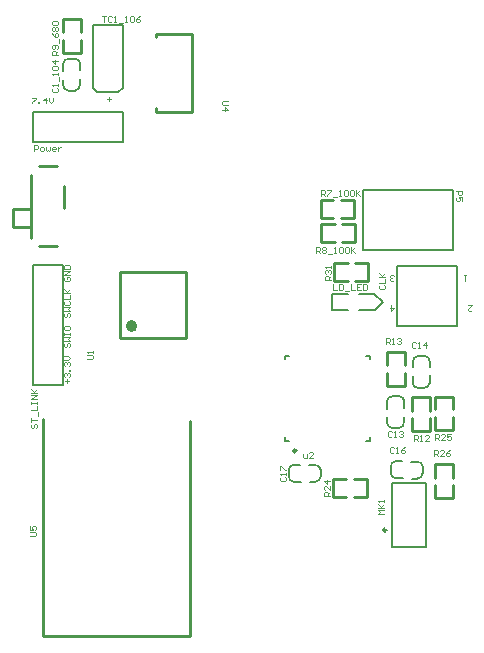
<source format=gto>
G04*
G04 #@! TF.GenerationSoftware,Altium Limited,Altium Designer,18.0.11 (651)*
G04*
G04 Layer_Color=65535*
%FSLAX25Y25*%
%MOIN*%
G70*
G01*
G75*
%ADD10C,0.00984*%
%ADD11C,0.00787*%
%ADD12C,0.01968*%
%ADD13C,0.01000*%
%ADD14C,0.00800*%
%ADD15C,0.00299*%
%ADD16C,0.00276*%
D10*
X120921Y-174000D02*
G03*
X120921Y-174000I-492J0D01*
G01*
X90886Y-147567D02*
G03*
X90886Y-147567I-492J0D01*
G01*
D11*
X88400Y-156000D02*
G03*
X90000Y-157900I1750J-150D01*
G01*
X97000Y-158000D02*
G03*
X99100Y-156000I50J2050D01*
G01*
X99100Y-154000D02*
G03*
X97000Y-152300I-1900J-200D01*
G01*
X90000Y-152200D02*
G03*
X88400Y-154000I100J-1700D01*
G01*
X123100Y-129400D02*
G03*
X121200Y-131000I-150J-1750D01*
G01*
X121100Y-138000D02*
G03*
X123100Y-140100I2050J-50D01*
G01*
X125100Y-140100D02*
G03*
X126800Y-138000I-200J1900D01*
G01*
X126900Y-131000D02*
G03*
X125100Y-129400I-1700J-100D01*
G01*
X122400Y-154900D02*
G03*
X124000Y-156800I1750J-150D01*
G01*
X131000Y-156900D02*
G03*
X133100Y-154900I50J2050D01*
G01*
X133100Y-152900D02*
G03*
X131000Y-151200I-1900J-200D01*
G01*
X124000Y-151100D02*
G03*
X122400Y-152900I100J-1700D01*
G01*
X133500Y-126600D02*
G03*
X135400Y-125000I150J1750D01*
G01*
X135500Y-118000D02*
G03*
X133500Y-115900I-2050J50D01*
G01*
X131500Y-115900D02*
G03*
X129800Y-118000I200J-1900D01*
G01*
X129700Y-125000D02*
G03*
X131500Y-126600I1700J100D01*
G01*
X15100Y-16900D02*
G03*
X13200Y-18500I-150J-1750D01*
G01*
X13100Y-25500D02*
G03*
X15100Y-27600I2050J-50D01*
G01*
X17100Y-27600D02*
G03*
X18800Y-25500I-200J1900D01*
G01*
X18900Y-18500D02*
G03*
X17100Y-16900I-1700J-100D01*
G01*
X124500Y-106000D02*
X144500D01*
Y-86000D01*
X124500Y-106000D02*
Y-86000D01*
X144500D01*
X3000Y-34500D02*
X33000D01*
X3000Y-44500D02*
Y-34500D01*
Y-44500D02*
X33000D01*
Y-34500D01*
X134012Y-179512D02*
Y-158488D01*
X122988Y-179512D02*
Y-158488D01*
X134012D01*
X122988Y-179512D02*
X134012D01*
X95200Y-152300D02*
X97000D01*
X99100Y-156000D02*
Y-154000D01*
X95400Y-158000D02*
X97000D01*
X90000Y-157900D02*
X92600D01*
X88400Y-156000D02*
Y-154000D01*
X90000Y-152200D02*
X92300D01*
X126800Y-138000D02*
Y-136200D01*
X123100Y-140100D02*
X125100D01*
X121100Y-138000D02*
Y-136400D01*
X121200Y-133600D02*
Y-131000D01*
X123100Y-129400D02*
X125100D01*
X126900Y-133300D02*
Y-131000D01*
X87047Y-117154D02*
Y-115874D01*
X88327D01*
X115394Y-117154D02*
Y-115874D01*
X114114D02*
X115394D01*
Y-144220D02*
Y-142941D01*
X114114Y-144220D02*
X115394D01*
X87047D02*
Y-142941D01*
Y-144220D02*
X88327D01*
X129200Y-151200D02*
X131000D01*
X133100Y-154900D02*
Y-152900D01*
X129400Y-156900D02*
X131000D01*
X124000Y-156800D02*
X126600D01*
X122400Y-154900D02*
Y-152900D01*
X124000Y-151100D02*
X126300D01*
X129800Y-119800D02*
Y-118000D01*
X131500Y-115900D02*
X133500D01*
X135500Y-119600D02*
Y-118000D01*
X135400Y-125000D02*
Y-122400D01*
X131500Y-126600D02*
X133500D01*
X129700Y-125000D02*
Y-122700D01*
X3000Y-85500D02*
X13000D01*
Y-125500D02*
Y-85500D01*
X3000Y-125500D02*
Y-85500D01*
Y-125500D02*
X13000D01*
X18800Y-25500D02*
Y-23700D01*
X15100Y-27600D02*
X17100D01*
X13100Y-25500D02*
Y-23900D01*
X13200Y-21100D02*
Y-18500D01*
X15100Y-16900D02*
X17100D01*
X18900Y-20800D02*
Y-18500D01*
X113000Y-80500D02*
Y-60500D01*
X143000Y-80500D02*
Y-60500D01*
X113000Y-80500D02*
X143000D01*
X113000Y-60500D02*
X143000D01*
X113000D02*
X132167D01*
X23000Y-5500D02*
X32000D01*
X24000D02*
X33000D01*
X23000Y-26500D02*
Y-5500D01*
Y-26500D02*
X24500Y-28000D01*
X33000Y-26500D02*
Y-5500D01*
X31500Y-28000D02*
X33000Y-26500D01*
X24500Y-28000D02*
X31500D01*
D12*
X36984Y-106000D02*
G03*
X36984Y-106000I-984J0D01*
G01*
D13*
X13500Y-66811D02*
Y-59311D01*
X5000Y-52811D02*
X11000D01*
X5000Y-79189D02*
X11000D01*
X2500Y-76500D02*
Y-55500D01*
X-3500Y-73000D02*
X2488D01*
X-3500D02*
Y-67000D01*
X2488D01*
X137000Y-140799D02*
X143000D01*
X137000Y-129599D02*
X143000D01*
X137000Y-140799D02*
Y-136299D01*
X143000Y-140799D02*
Y-136299D01*
X137000Y-133799D02*
Y-129599D01*
X143000Y-133799D02*
Y-129599D01*
X103500Y-91000D02*
Y-85000D01*
X114700Y-91000D02*
Y-85000D01*
X103500D02*
X108000D01*
X103500Y-91000D02*
X108000D01*
X110500Y-85000D02*
X114700D01*
X110500Y-91000D02*
X114700D01*
X114500Y-163000D02*
Y-157000D01*
X103300Y-163000D02*
Y-157000D01*
X110000Y-163000D02*
X114500D01*
X110000Y-157000D02*
X114500D01*
X103300Y-163000D02*
X107500D01*
X103300Y-157000D02*
X107500D01*
X6600Y-209300D02*
X55500D01*
X6600D02*
Y-137000D01*
X55500Y-209300D02*
X55600Y-209200D01*
X55600Y-137500D02*
X55600Y-209200D01*
X129500Y-129701D02*
X135500D01*
X129500Y-140901D02*
X135500D01*
Y-134201D02*
Y-129701D01*
X129500Y-134201D02*
Y-129701D01*
X135500Y-140901D02*
Y-136701D01*
X129500Y-140901D02*
Y-136701D01*
X137000Y-152000D02*
X143000D01*
X137000Y-163200D02*
X143000D01*
Y-156500D02*
Y-152000D01*
X137000Y-156500D02*
Y-152000D01*
X143000Y-163200D02*
Y-159000D01*
X137000Y-163200D02*
Y-159000D01*
X121000Y-126000D02*
X127000D01*
X121000Y-114800D02*
X127000D01*
X121000Y-126000D02*
Y-121500D01*
X127000Y-126000D02*
Y-121500D01*
X121000Y-119000D02*
Y-114800D01*
X127000Y-119000D02*
Y-114800D01*
X13000Y-15000D02*
X19000D01*
X13000Y-3800D02*
X19000D01*
X13000Y-15000D02*
Y-10500D01*
X19000Y-15000D02*
Y-10500D01*
X13000Y-8000D02*
Y-3800D01*
X19000Y-8000D02*
Y-3800D01*
X99099Y-64000D02*
X103299D01*
X99099Y-70000D02*
X103299D01*
X105799Y-64000D02*
X110299D01*
X105799Y-70000D02*
X110299D01*
X99099D02*
Y-64000D01*
X110299Y-70000D02*
Y-64000D01*
X106201Y-78000D02*
X110401D01*
X106201Y-72000D02*
X110401D01*
X99201Y-78000D02*
X103701D01*
X99201Y-72000D02*
X103701D01*
X110401Y-78000D02*
Y-72000D01*
X99201Y-78000D02*
Y-72000D01*
X54000Y-110000D02*
Y-88000D01*
X32000D02*
X54000D01*
X32000Y-110000D02*
Y-88000D01*
Y-110000D02*
X54000D01*
X44300Y-34500D02*
X56300D01*
X44300Y-9600D02*
Y-8500D01*
X56300D01*
Y-34500D02*
Y-8500D01*
X44300Y-34500D02*
Y-33400D01*
D14*
X117000Y-100800D02*
X119774Y-98026D01*
X116949Y-95200D02*
X119774Y-98026D01*
X116875Y-95200D02*
X116949D01*
X111700Y-100800D02*
X117000D01*
X111700Y-95200D02*
X116949D01*
X102900Y-100800D02*
X108300D01*
X102900D02*
Y-100600D01*
Y-95200D01*
X103000D01*
X108300D01*
D15*
X147500Y-89000D02*
X146834D01*
X147167D01*
Y-90999D01*
X147500Y-90666D01*
X148167Y-99000D02*
X149500D01*
X148167Y-100333D01*
Y-100666D01*
X148500Y-100999D01*
X149167D01*
X149500Y-100666D01*
X122500Y-99000D02*
Y-100999D01*
X123500Y-100000D01*
X122167D01*
X123500Y-90666D02*
X123167Y-90999D01*
X122500D01*
X122167Y-90666D01*
Y-90333D01*
X122500Y-90000D01*
X122834D01*
X122500D01*
X122167Y-89666D01*
Y-89333D01*
X122500Y-89000D01*
X123167D01*
X123500Y-89333D01*
X13834Y-89667D02*
X13501Y-90000D01*
Y-90667D01*
X13834Y-91000D01*
X15167D01*
X15500Y-90667D01*
Y-90000D01*
X15167Y-89667D01*
X14500D01*
Y-90334D01*
X15500Y-89001D02*
X13501D01*
X15500Y-87668D01*
X13501D01*
Y-87001D02*
X15500D01*
Y-86002D01*
X15167Y-85668D01*
X13834D01*
X13501Y-86002D01*
Y-87001D01*
X13834Y-101667D02*
X13501Y-102000D01*
Y-102667D01*
X13834Y-103000D01*
X14167D01*
X14500Y-102667D01*
Y-102000D01*
X14833Y-101667D01*
X15167D01*
X15500Y-102000D01*
Y-102667D01*
X15167Y-103000D01*
X13501Y-101001D02*
X15500D01*
X14833Y-100334D01*
X15500Y-99668D01*
X13501D01*
X13834Y-97668D02*
X13501Y-98002D01*
Y-98668D01*
X13834Y-99001D01*
X15167D01*
X15500Y-98668D01*
Y-98002D01*
X15167Y-97668D01*
X13501Y-97002D02*
X15500D01*
Y-95669D01*
X13501Y-95003D02*
X15500D01*
X14833D01*
X13501Y-93670D01*
X14500Y-94669D01*
X15500Y-93670D01*
X13834Y-111667D02*
X13501Y-112000D01*
Y-112667D01*
X13834Y-113000D01*
X14167D01*
X14500Y-112667D01*
Y-112000D01*
X14833Y-111667D01*
X15167D01*
X15500Y-112000D01*
Y-112667D01*
X15167Y-113000D01*
X13501Y-111001D02*
X15500D01*
X14833Y-110334D01*
X15500Y-109668D01*
X13501D01*
Y-109001D02*
Y-108335D01*
Y-108668D01*
X15500D01*
Y-109001D01*
Y-108335D01*
X13501Y-106335D02*
Y-107002D01*
X13834Y-107335D01*
X15167D01*
X15500Y-107002D01*
Y-106335D01*
X15167Y-106002D01*
X13834D01*
X13501Y-106335D01*
X14500Y-125000D02*
Y-123667D01*
X13834Y-124334D02*
X15167D01*
X13834Y-123001D02*
X13501Y-122667D01*
Y-122001D01*
X13834Y-121668D01*
X14167D01*
X14500Y-122001D01*
Y-122334D01*
Y-122001D01*
X14833Y-121668D01*
X15167D01*
X15500Y-122001D01*
Y-122667D01*
X15167Y-123001D01*
X15500Y-121001D02*
X15167D01*
Y-120668D01*
X15500D01*
Y-121001D01*
X13834Y-119335D02*
X13501Y-119002D01*
Y-118335D01*
X13834Y-118002D01*
X14167D01*
X14500Y-118335D01*
Y-118669D01*
Y-118335D01*
X14833Y-118002D01*
X15167D01*
X15500Y-118335D01*
Y-119002D01*
X15167Y-119335D01*
X13501Y-117336D02*
X14833D01*
X15500Y-116669D01*
X14833Y-116003D01*
X13501D01*
X28500Y-31000D02*
Y-29667D01*
X27834Y-30334D02*
X29167D01*
X93221Y-148714D02*
Y-149714D01*
X93554Y-150047D01*
X94553D01*
Y-148714D01*
X96553Y-150047D02*
X95220D01*
X96553Y-148714D01*
Y-148381D01*
X96219Y-148048D01*
X95553D01*
X95220Y-148381D01*
X102500Y-90500D02*
X100501D01*
Y-89500D01*
X100834Y-89167D01*
X101500D01*
X101834Y-89500D01*
Y-90500D01*
Y-89834D02*
X102500Y-89167D01*
X100834Y-88501D02*
X100501Y-88167D01*
Y-87501D01*
X100834Y-87168D01*
X101167D01*
X101500Y-87501D01*
Y-87834D01*
Y-87501D01*
X101834Y-87168D01*
X102167D01*
X102500Y-87501D01*
Y-88167D01*
X102167Y-88501D01*
X102500Y-86501D02*
Y-85835D01*
Y-86168D01*
X100501D01*
X100834Y-86501D01*
X136800Y-149200D02*
Y-147201D01*
X137800D01*
X138133Y-147534D01*
Y-148200D01*
X137800Y-148533D01*
X136800D01*
X137467D02*
X138133Y-149200D01*
X140132D02*
X138799D01*
X140132Y-147867D01*
Y-147534D01*
X139799Y-147201D01*
X139133D01*
X138799Y-147534D01*
X142132Y-147201D02*
X141465Y-147534D01*
X140799Y-148200D01*
Y-148867D01*
X141132Y-149200D01*
X141798D01*
X142132Y-148867D01*
Y-148533D01*
X141798Y-148200D01*
X140799D01*
X137000Y-144000D02*
Y-142001D01*
X138000D01*
X138333Y-142334D01*
Y-143000D01*
X138000Y-143333D01*
X137000D01*
X137666D02*
X138333Y-144000D01*
X140332D02*
X138999D01*
X140332Y-142667D01*
Y-142334D01*
X139999Y-142001D01*
X139333D01*
X138999Y-142334D01*
X142332Y-142001D02*
X140999D01*
Y-143000D01*
X141665Y-142667D01*
X141998D01*
X142332Y-143000D01*
Y-143667D01*
X141998Y-144000D01*
X141332D01*
X140999Y-143667D01*
X102201Y-162500D02*
X100201D01*
Y-161500D01*
X100535Y-161167D01*
X101201D01*
X101534Y-161500D01*
Y-162500D01*
Y-161834D02*
X102201Y-161167D01*
Y-159168D02*
Y-160501D01*
X100868Y-159168D01*
X100535D01*
X100201Y-159501D01*
Y-160167D01*
X100535Y-160501D01*
X102201Y-157502D02*
X100201D01*
X101201Y-158501D01*
Y-157168D01*
X120800Y-112000D02*
Y-110001D01*
X121800D01*
X122133Y-110334D01*
Y-111000D01*
X121800Y-111334D01*
X120800D01*
X121467D02*
X122133Y-112000D01*
X122799D02*
X123466D01*
X123133D01*
Y-110001D01*
X122799Y-110334D01*
X124466D02*
X124799Y-110001D01*
X125465D01*
X125798Y-110334D01*
Y-110667D01*
X125465Y-111000D01*
X125132D01*
X125465D01*
X125798Y-111334D01*
Y-111667D01*
X125465Y-112000D01*
X124799D01*
X124466Y-111667D01*
X130000Y-144201D02*
Y-142201D01*
X131000D01*
X131333Y-142535D01*
Y-143201D01*
X131000Y-143534D01*
X130000D01*
X130666D02*
X131333Y-144201D01*
X131999D02*
X132666D01*
X132333D01*
Y-142201D01*
X131999Y-142535D01*
X134998Y-144201D02*
X133666D01*
X134998Y-142868D01*
Y-142535D01*
X134665Y-142201D01*
X133999D01*
X133666Y-142535D01*
X120000Y-168500D02*
X118001D01*
X118667Y-167833D01*
X118001Y-167167D01*
X120000D01*
X118001Y-166501D02*
X120000D01*
X119334D01*
X118001Y-165168D01*
X119000Y-166167D01*
X120000Y-165168D01*
Y-164501D02*
Y-163835D01*
Y-164168D01*
X118001D01*
X118334Y-164501D01*
X103000Y-92001D02*
Y-94000D01*
X104333D01*
X104999Y-92001D02*
Y-94000D01*
X105999D01*
X106332Y-93667D01*
Y-92334D01*
X105999Y-92001D01*
X104999D01*
X106999Y-94333D02*
X108332D01*
X108998Y-92001D02*
Y-94000D01*
X110331D01*
X112330Y-92001D02*
X110997D01*
Y-94000D01*
X112330D01*
X110997Y-93000D02*
X111664D01*
X112997Y-92001D02*
Y-94000D01*
X113996D01*
X114330Y-93667D01*
Y-92334D01*
X113996Y-92001D01*
X112997D01*
X118834Y-92167D02*
X118501Y-92500D01*
Y-93167D01*
X118834Y-93500D01*
X120167D01*
X120500Y-93167D01*
Y-92500D01*
X120167Y-92167D01*
X118501Y-91501D02*
X120500D01*
Y-90168D01*
X118501Y-89501D02*
X120500D01*
X119834D01*
X118501Y-88168D01*
X119500Y-89168D01*
X120500Y-88168D01*
X85834Y-156267D02*
X85501Y-156600D01*
Y-157267D01*
X85834Y-157600D01*
X87167D01*
X87500Y-157267D01*
Y-156600D01*
X87167Y-156267D01*
X87500Y-155601D02*
Y-154934D01*
Y-155267D01*
X85501D01*
X85834Y-155601D01*
X85501Y-153935D02*
Y-152602D01*
X85834D01*
X87167Y-153935D01*
X87500D01*
X123633Y-146734D02*
X123300Y-146401D01*
X122633D01*
X122300Y-146734D01*
Y-148067D01*
X122633Y-148400D01*
X123300D01*
X123633Y-148067D01*
X124299Y-148400D02*
X124966D01*
X124633D01*
Y-146401D01*
X124299Y-146734D01*
X127298Y-146401D02*
X126632Y-146734D01*
X125965Y-147400D01*
Y-148067D01*
X126299Y-148400D01*
X126965D01*
X127298Y-148067D01*
Y-147733D01*
X126965Y-147400D01*
X125965D01*
X130897Y-111555D02*
X130564Y-111222D01*
X129898D01*
X129565Y-111555D01*
Y-112888D01*
X129898Y-113221D01*
X130564D01*
X130897Y-112888D01*
X131564Y-113221D02*
X132230D01*
X131897D01*
Y-111222D01*
X131564Y-111555D01*
X134230Y-113221D02*
Y-111222D01*
X133230Y-112222D01*
X134563D01*
X122833Y-141334D02*
X122500Y-141001D01*
X121833D01*
X121500Y-141334D01*
Y-142667D01*
X121833Y-143000D01*
X122500D01*
X122833Y-142667D01*
X123499Y-143000D02*
X124166D01*
X123833D01*
Y-141001D01*
X123499Y-141334D01*
X125165D02*
X125499Y-141001D01*
X126165D01*
X126498Y-141334D01*
Y-141667D01*
X126165Y-142000D01*
X125832D01*
X126165D01*
X126498Y-142333D01*
Y-142667D01*
X126165Y-143000D01*
X125499D01*
X125165Y-142667D01*
X2834Y-138667D02*
X2501Y-139000D01*
Y-139667D01*
X2834Y-140000D01*
X3167D01*
X3500Y-139667D01*
Y-139000D01*
X3834Y-138667D01*
X4167D01*
X4500Y-139000D01*
Y-139667D01*
X4167Y-140000D01*
X2501Y-138001D02*
Y-136668D01*
Y-137334D01*
X4500D01*
X4833Y-136001D02*
Y-134668D01*
X2501Y-134002D02*
X4500D01*
Y-132669D01*
X2501Y-132003D02*
Y-131336D01*
Y-131669D01*
X4500D01*
Y-132003D01*
Y-131336D01*
Y-130336D02*
X2501D01*
X4500Y-129004D01*
X2501D01*
Y-128337D02*
X4500D01*
X3834D01*
X2501Y-127004D01*
X3500Y-128004D01*
X4500Y-127004D01*
X11500Y-15500D02*
X9501D01*
Y-14500D01*
X9834Y-14167D01*
X10500D01*
X10834Y-14500D01*
Y-15500D01*
Y-14833D02*
X11500Y-14167D01*
X11167Y-13501D02*
X11500Y-13167D01*
Y-12501D01*
X11167Y-12168D01*
X9834D01*
X9501Y-12501D01*
Y-13167D01*
X9834Y-13501D01*
X10167D01*
X10500Y-13167D01*
Y-12168D01*
X11833Y-11501D02*
Y-10168D01*
X9501Y-8169D02*
X9834Y-8835D01*
X10500Y-9502D01*
X11167D01*
X11500Y-9169D01*
Y-8502D01*
X11167Y-8169D01*
X10834D01*
X10500Y-8502D01*
Y-9502D01*
X9834Y-7503D02*
X9501Y-7169D01*
Y-6503D01*
X9834Y-6170D01*
X10167D01*
X10500Y-6503D01*
X10834Y-6170D01*
X11167D01*
X11500Y-6503D01*
Y-7169D01*
X11167Y-7503D01*
X10834D01*
X10500Y-7169D01*
X10167Y-7503D01*
X9834D01*
X10500Y-7169D02*
Y-6503D01*
X9834Y-5503D02*
X9501Y-5170D01*
Y-4504D01*
X9834Y-4170D01*
X11167D01*
X11500Y-4504D01*
Y-5170D01*
X11167Y-5503D01*
X9834D01*
X97500Y-81500D02*
Y-79501D01*
X98500D01*
X98833Y-79834D01*
Y-80500D01*
X98500Y-80834D01*
X97500D01*
X98166D02*
X98833Y-81500D01*
X99499Y-79834D02*
X99833Y-79501D01*
X100499D01*
X100832Y-79834D01*
Y-80167D01*
X100499Y-80500D01*
X100832Y-80834D01*
Y-81167D01*
X100499Y-81500D01*
X99833D01*
X99499Y-81167D01*
Y-80834D01*
X99833Y-80500D01*
X99499Y-80167D01*
Y-79834D01*
X99833Y-80500D02*
X100499D01*
X101499Y-81833D02*
X102832D01*
X103498Y-81500D02*
X104165D01*
X103831D01*
Y-79501D01*
X103498Y-79834D01*
X105164D02*
X105497Y-79501D01*
X106164D01*
X106497Y-79834D01*
Y-81167D01*
X106164Y-81500D01*
X105497D01*
X105164Y-81167D01*
Y-79834D01*
X107164D02*
X107497Y-79501D01*
X108163D01*
X108496Y-79834D01*
Y-81167D01*
X108163Y-81500D01*
X107497D01*
X107164Y-81167D01*
Y-79834D01*
X109163Y-79501D02*
Y-81500D01*
Y-80834D01*
X110496Y-79501D01*
X109496Y-80500D01*
X110496Y-81500D01*
X99000Y-62500D02*
Y-60501D01*
X100000D01*
X100333Y-60834D01*
Y-61500D01*
X100000Y-61834D01*
X99000D01*
X99666D02*
X100333Y-62500D01*
X100999Y-60501D02*
X102332D01*
Y-60834D01*
X100999Y-62167D01*
Y-62500D01*
X102999Y-62833D02*
X104332D01*
X104998Y-62500D02*
X105665D01*
X105331D01*
Y-60501D01*
X104998Y-60834D01*
X106664D02*
X106997Y-60501D01*
X107664D01*
X107997Y-60834D01*
Y-62167D01*
X107664Y-62500D01*
X106997D01*
X106664Y-62167D01*
Y-60834D01*
X108663D02*
X108997Y-60501D01*
X109663D01*
X109996Y-60834D01*
Y-62167D01*
X109663Y-62500D01*
X108997D01*
X108663Y-62167D01*
Y-60834D01*
X110663Y-60501D02*
Y-62500D01*
Y-61834D01*
X111996Y-60501D01*
X110996Y-61500D01*
X111996Y-62500D01*
X144000Y-61000D02*
X145999D01*
Y-62000D01*
X145666Y-62333D01*
X145000D01*
X144667Y-62000D01*
Y-61000D01*
X145999Y-64332D02*
Y-62999D01*
X145000D01*
X145333Y-63666D01*
Y-63999D01*
X145000Y-64332D01*
X144333D01*
X144000Y-63999D01*
Y-63333D01*
X144333Y-62999D01*
X2001Y-176000D02*
X3667D01*
X4000Y-175667D01*
Y-175000D01*
X3667Y-174667D01*
X2001D01*
Y-172668D02*
Y-174001D01*
X3000D01*
X2667Y-173334D01*
Y-173001D01*
X3000Y-172668D01*
X3667D01*
X4000Y-173001D01*
Y-173667D01*
X3667Y-174001D01*
X67999Y-31000D02*
X66333D01*
X66000Y-31333D01*
Y-32000D01*
X66333Y-32333D01*
X67999D01*
X66000Y-33999D02*
X67999D01*
X67000Y-32999D01*
Y-34332D01*
X21001Y-117000D02*
X22667D01*
X23000Y-116667D01*
Y-116000D01*
X22667Y-115667D01*
X21001D01*
X23000Y-115001D02*
Y-114334D01*
Y-114667D01*
X21001D01*
X21334Y-115001D01*
X26000Y-2501D02*
X27333D01*
X26666D01*
Y-4500D01*
X29332Y-2834D02*
X28999Y-2501D01*
X28333D01*
X27999Y-2834D01*
Y-4167D01*
X28333Y-4500D01*
X28999D01*
X29332Y-4167D01*
X29999Y-4500D02*
X30665D01*
X30332D01*
Y-2501D01*
X29999Y-2834D01*
X31665Y-4833D02*
X32998D01*
X33664Y-4500D02*
X34331D01*
X33997D01*
Y-2501D01*
X33664Y-2834D01*
X35330D02*
X35664Y-2501D01*
X36330D01*
X36663Y-2834D01*
Y-4167D01*
X36330Y-4500D01*
X35664D01*
X35330Y-4167D01*
Y-2834D01*
X38663Y-2501D02*
X37996Y-2834D01*
X37330Y-3500D01*
Y-4167D01*
X37663Y-4500D01*
X38329D01*
X38663Y-4167D01*
Y-3834D01*
X38329Y-3500D01*
X37330D01*
X9834Y-26667D02*
X9501Y-27000D01*
Y-27667D01*
X9834Y-28000D01*
X11167D01*
X11500Y-27667D01*
Y-27000D01*
X11167Y-26667D01*
X11500Y-26001D02*
Y-25334D01*
Y-25667D01*
X9501D01*
X9834Y-26001D01*
X11833Y-24335D02*
Y-23002D01*
X11500Y-22335D02*
Y-21669D01*
Y-22002D01*
X9501D01*
X9834Y-22335D01*
Y-20669D02*
X9501Y-20336D01*
Y-19669D01*
X9834Y-19336D01*
X11167D01*
X11500Y-19669D01*
Y-20336D01*
X11167Y-20669D01*
X9834D01*
X11500Y-17670D02*
X9501D01*
X10500Y-18670D01*
Y-17337D01*
D16*
X3500Y-47500D02*
Y-45532D01*
X4484D01*
X4812Y-45860D01*
Y-46516D01*
X4484Y-46844D01*
X3500D01*
X5796Y-47500D02*
X6452D01*
X6780Y-47172D01*
Y-46516D01*
X6452Y-46188D01*
X5796D01*
X5468Y-46516D01*
Y-47172D01*
X5796Y-47500D01*
X7436Y-46188D02*
Y-47172D01*
X7764Y-47500D01*
X8092Y-47172D01*
X8420Y-47500D01*
X8748Y-47172D01*
Y-46188D01*
X10387Y-47500D02*
X9732D01*
X9404Y-47172D01*
Y-46516D01*
X9732Y-46188D01*
X10387D01*
X10716Y-46516D01*
Y-46844D01*
X9404D01*
X11371Y-46188D02*
Y-47500D01*
Y-46844D01*
X11699Y-46516D01*
X12027Y-46188D01*
X12355D01*
X2900Y-29832D02*
X4212D01*
Y-30160D01*
X2900Y-31472D01*
Y-31800D01*
X4868D02*
Y-31472D01*
X5196D01*
Y-31800D01*
X4868D01*
X7492D02*
Y-29832D01*
X6508Y-30816D01*
X7820D01*
X8476Y-29832D02*
Y-31144D01*
X9132Y-31800D01*
X9787Y-31144D01*
Y-29832D01*
M02*

</source>
